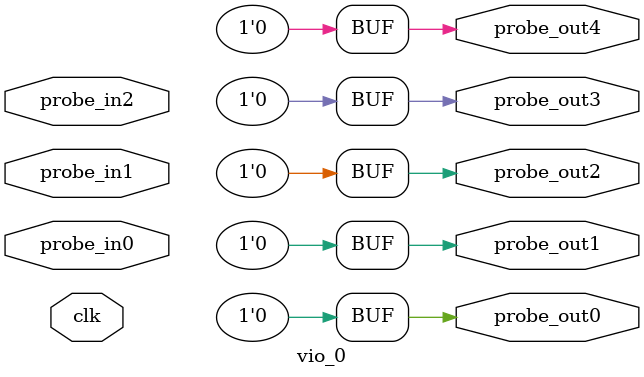
<source format=v>
`timescale 1ns / 1ps
module vio_0 (
clk,
probe_in0,probe_in1,probe_in2,
probe_out0,
probe_out1,
probe_out2,
probe_out3,
probe_out4
);

input clk;
input [0 : 0] probe_in0;
input [0 : 0] probe_in1;
input [0 : 0] probe_in2;

output reg [0 : 0] probe_out0 = 'h0 ;
output reg [0 : 0] probe_out1 = 'h0 ;
output reg [0 : 0] probe_out2 = 'h0 ;
output reg [0 : 0] probe_out3 = 'h0 ;
output reg [0 : 0] probe_out4 = 'h0 ;


endmodule

</source>
